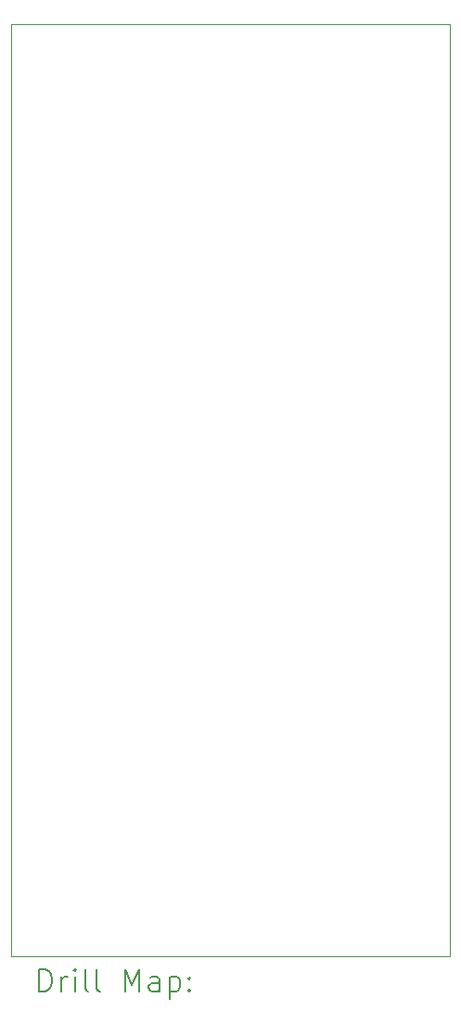
<source format=gbr>
%TF.GenerationSoftware,KiCad,Pcbnew,(6.0.11)*%
%TF.CreationDate,2023-03-04T17:25:38+01:00*%
%TF.ProjectId,jig2,6a696732-2e6b-4696-9361-645f70636258,rev?*%
%TF.SameCoordinates,Original*%
%TF.FileFunction,Drillmap*%
%TF.FilePolarity,Positive*%
%FSLAX45Y45*%
G04 Gerber Fmt 4.5, Leading zero omitted, Abs format (unit mm)*
G04 Created by KiCad (PCBNEW (6.0.11)) date 2023-03-04 17:25:38*
%MOMM*%
%LPD*%
G01*
G04 APERTURE LIST*
%ADD10C,0.100000*%
%ADD11C,0.200000*%
G04 APERTURE END LIST*
D10*
X0Y-8500000D02*
X0Y0D01*
X4000000Y-8500000D02*
X0Y-8500000D01*
X4000000Y0D02*
X4000000Y-8500000D01*
X0Y0D02*
X4000000Y0D01*
D11*
X252619Y-8815476D02*
X252619Y-8615476D01*
X300238Y-8615476D01*
X328810Y-8625000D01*
X347857Y-8644048D01*
X357381Y-8663095D01*
X366905Y-8701190D01*
X366905Y-8729762D01*
X357381Y-8767857D01*
X347857Y-8786905D01*
X328810Y-8805952D01*
X300238Y-8815476D01*
X252619Y-8815476D01*
X452619Y-8815476D02*
X452619Y-8682143D01*
X452619Y-8720238D02*
X462143Y-8701190D01*
X471667Y-8691667D01*
X490714Y-8682143D01*
X509762Y-8682143D01*
X576429Y-8815476D02*
X576429Y-8682143D01*
X576429Y-8615476D02*
X566905Y-8625000D01*
X576429Y-8634524D01*
X585952Y-8625000D01*
X576429Y-8615476D01*
X576429Y-8634524D01*
X700238Y-8815476D02*
X681190Y-8805952D01*
X671667Y-8786905D01*
X671667Y-8615476D01*
X805000Y-8815476D02*
X785952Y-8805952D01*
X776428Y-8786905D01*
X776428Y-8615476D01*
X1033571Y-8815476D02*
X1033571Y-8615476D01*
X1100238Y-8758333D01*
X1166905Y-8615476D01*
X1166905Y-8815476D01*
X1347857Y-8815476D02*
X1347857Y-8710714D01*
X1338333Y-8691667D01*
X1319286Y-8682143D01*
X1281190Y-8682143D01*
X1262143Y-8691667D01*
X1347857Y-8805952D02*
X1328810Y-8815476D01*
X1281190Y-8815476D01*
X1262143Y-8805952D01*
X1252619Y-8786905D01*
X1252619Y-8767857D01*
X1262143Y-8748810D01*
X1281190Y-8739286D01*
X1328810Y-8739286D01*
X1347857Y-8729762D01*
X1443095Y-8682143D02*
X1443095Y-8882143D01*
X1443095Y-8691667D02*
X1462143Y-8682143D01*
X1500238Y-8682143D01*
X1519286Y-8691667D01*
X1528809Y-8701190D01*
X1538333Y-8720238D01*
X1538333Y-8777381D01*
X1528809Y-8796429D01*
X1519286Y-8805952D01*
X1500238Y-8815476D01*
X1462143Y-8815476D01*
X1443095Y-8805952D01*
X1624048Y-8796429D02*
X1633571Y-8805952D01*
X1624048Y-8815476D01*
X1614524Y-8805952D01*
X1624048Y-8796429D01*
X1624048Y-8815476D01*
X1624048Y-8691667D02*
X1633571Y-8701190D01*
X1624048Y-8710714D01*
X1614524Y-8701190D01*
X1624048Y-8691667D01*
X1624048Y-8710714D01*
M02*

</source>
